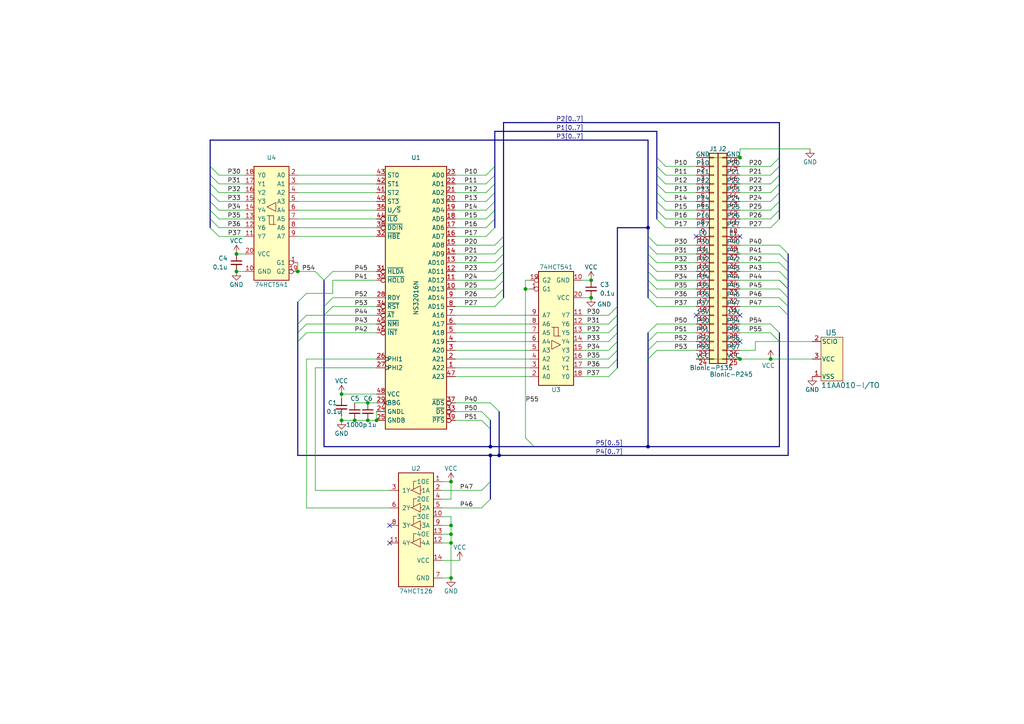
<source format=kicad_sch>
(kicad_sch (version 20230121) (generator eeschema)
  (paper "A4")
  (title_block (title "BionicNS32016") (date "2022-01-19") (rev "1") (company "Tadashi G. Takaoka"))
  (lib_symbols
    (symbol "0-LocalLibrary:11AA010-I_TO" (pin_names (offset 0.254))
      (property "Reference" "U" (at 2.54 1.27 0))
      (property "Value" "11AA010-I/TO" (at 3.81 -13.97 0))
      (symbol "11AA010-I_TO_1_1"
        (rectangle (start 0 0) (end 6.35 -12.7) (fill (type background)))
        (pin power_in line (at -2.54 -11.43 0) (length 2.54) (name "VSS") (number "1"))
        (pin bidirectional line (at -2.54 -1.27 0) (length 2.54) (name "SCIO") (number "2"))
        (pin power_in line (at -2.54 -6.35 0) (length 2.54) (name "VCC") (number "3"))
      )
    )
    (symbol "0-LocalLibrary:74HCT126" (pin_names (offset 1.016))
      (property "Reference" "U" (at 0 16.51 0))
      (property "Value" "74HCT126" (at 0 -19.05 0))
      (symbol "74HCT126_0_1"
        (polyline (pts (xy -1.2954 10.2108) (xy -1.6002 10.2108)))
        (polyline (pts (xy 1.2954 10.2362) (xy 1.651 10.2362)))
        (polyline (pts (xy 0.7112 10.5664) (xy 0.7112 12.827) (xy -0.127 12.827) (xy -0.1016 12.827)))
      )
      (symbol "74HCT126_1_0"
        (polyline (pts (xy 1.27 10.2362) (xy -1.27 11.5062) (xy -1.27 8.9662) (xy 1.27 10.2362)) (stroke (width 0.1524)))
        (pin input line (at -7.62 12.7 0) (length 2.54) (name "1OE") (number "1"))
        (pin input line (at -7.62 2.54 0) (length 2.54) (name "3OE") (number "10"))
        (pin tri_state line (at 7.62 -5.08 180) (length 2.54) (name "4Y") (number "11"))
        (pin input line (at -7.62 -5.08 0) (length 2.54) (name "4A") (number "12"))
        (pin input line (at -7.62 -2.54 0) (length 2.54) (name "4OE") (number "13"))
        (pin power_in line (at -7.62 -10.16 0) (length 2.54) (name "VCC") (number "14"))
        (pin input line (at -7.62 10.16 0) (length 2.54) (name "1A") (number "2"))
        (pin tri_state line (at 7.62 10.16 180) (length 2.54) (name "1Y") (number "3"))
        (pin input line (at -7.62 7.62 0) (length 2.54) (name "2OE") (number "4"))
        (pin input line (at -7.62 5.08 0) (length 2.54) (name "2A") (number "5"))
        (pin tri_state line (at 7.62 5.08 180) (length 2.54) (name "2Y") (number "6"))
        (pin power_in line (at -7.62 -15.24 0) (length 2.54) (name "GND") (number "7"))
        (pin tri_state line (at 7.62 0 180) (length 2.54) (name "3Y") (number "8"))
        (pin input line (at -7.62 0 0) (length 2.54) (name "3A") (number "9"))
      )
      (symbol "74HCT126_1_1"
        (rectangle (start -5.08 15.24) (end 5.08 -17.78) (stroke (width 0.254)) (fill (type background)))
        (polyline (pts (xy -1.2954 -5.0292) (xy -1.6002 -5.0292)))
        (polyline (pts (xy -1.2954 0.0508) (xy -1.6002 0.0508)))
        (polyline (pts (xy -1.2954 5.1308) (xy -1.6002 5.1308)))
        (polyline (pts (xy 1.2954 -5.0038) (xy 1.651 -5.0038)))
        (polyline (pts (xy 1.2954 0.0762) (xy 1.651 0.0762)))
        (polyline (pts (xy 1.2954 5.1562) (xy 1.651 5.1562)))
        (polyline (pts (xy 0.7112 -4.6736) (xy 0.7112 -2.413) (xy -0.127 -2.413) (xy -0.1016 -2.413)))
        (polyline (pts (xy 0.7112 0.4064) (xy 0.7112 2.667) (xy -0.127 2.667) (xy -0.1016 2.667)))
        (polyline (pts (xy 0.7112 5.4864) (xy 0.7112 7.747) (xy -0.127 7.747) (xy -0.1016 7.747)))
        (polyline (pts (xy 1.27 -5.0038) (xy -1.27 -3.7338) (xy -1.27 -6.2738) (xy 1.27 -5.0038)) (stroke (width 0.1524)))
        (polyline (pts (xy 1.27 0.0762) (xy -1.27 1.3462) (xy -1.27 -1.1938) (xy 1.27 0.0762)) (stroke (width 0.1524)))
        (polyline (pts (xy 1.27 5.1562) (xy -1.27 6.4262) (xy -1.27 3.8862) (xy 1.27 5.1562)) (stroke (width 0.1524)))
      )
    )
    (symbol "0-LocalLibrary:74HCT541" (pin_names (offset 1.016))
      (property "Reference" "U" (at -7.62 16.51 0))
      (property "Value" "74HCT541" (at -7.62 -20.32 0))
      (symbol "74HCT541_1_0"
        (polyline (pts (xy -0.635 -1.6002) (xy -0.635 0.9398) (xy 0.635 0.9398)))
        (polyline (pts (xy -1.27 -1.6002) (xy 0.635 -1.6002) (xy 0.635 0.9398) (xy 1.27 0.9398)))
        (polyline (pts (xy 1.27 3.4798) (xy -1.27 4.7498) (xy -1.27 2.2098) (xy 1.27 3.4798)) (stroke (width 0.1524)))
        (pin input inverted (at -7.62 -12.7 0) (length 2.54) (name "G1") (number "1"))
        (pin power_in line (at 7.62 -15.24 180) (length 2.54) (name "GND") (number "10"))
        (pin tri_state line (at 7.62 -5.08 180) (length 2.54) (name "Y7") (number "11"))
        (pin tri_state line (at 7.62 -2.54 180) (length 2.54) (name "Y6") (number "12"))
        (pin tri_state line (at 7.62 0 180) (length 2.54) (name "Y5") (number "13"))
        (pin tri_state line (at 7.62 2.54 180) (length 2.54) (name "Y4") (number "14"))
        (pin tri_state line (at 7.62 5.08 180) (length 2.54) (name "Y3") (number "15"))
        (pin tri_state line (at 7.62 7.62 180) (length 2.54) (name "Y2") (number "16"))
        (pin tri_state line (at 7.62 10.16 180) (length 2.54) (name "Y1") (number "17"))
        (pin tri_state line (at 7.62 12.7 180) (length 2.54) (name "Y0") (number "18"))
        (pin input inverted (at -7.62 -15.24 0) (length 2.54) (name "G2") (number "19"))
        (pin input line (at -7.62 12.7 0) (length 2.54) (name "A0") (number "2"))
        (pin power_in line (at 7.62 -10.16 180) (length 2.54) (name "VCC") (number "20"))
        (pin input line (at -7.62 10.16 0) (length 2.54) (name "A1") (number "3"))
        (pin input line (at -7.62 7.62 0) (length 2.54) (name "A2") (number "4"))
        (pin input line (at -7.62 5.08 0) (length 2.54) (name "A3") (number "5"))
        (pin input line (at -7.62 2.54 0) (length 2.54) (name "A4") (number "6"))
        (pin input line (at -7.62 0 0) (length 2.54) (name "A5") (number "7"))
        (pin input line (at -7.62 -2.54 0) (length 2.54) (name "A6") (number "8"))
        (pin input line (at -7.62 -5.08 0) (length 2.54) (name "A7") (number "9"))
      )
      (symbol "74HCT541_1_1"
        (rectangle (start -5.08 15.24) (end 5.08 -17.78) (stroke (width 0.254)) (fill (type background)))
      )
    )
    (symbol "0-LocalLibrary:Bionic-P135" (pin_names (offset 0))
      (property "Reference" "J" (at 0 30.48 0))
      (property "Value" "Bionic-P135" (at -1.27 -33.02 0))
      (symbol "Bionic-P135_1_1"
        (rectangle (start -1.27 -30.353) (end 0 -30.607) (stroke (width 0.1524)))
        (rectangle (start -1.27 -27.813) (end 0 -28.067) (stroke (width 0.1524)))
        (rectangle (start -1.27 -25.273) (end 0 -25.527) (stroke (width 0.1524)))
        (rectangle (start -1.27 -22.733) (end 0 -22.987) (stroke (width 0.1524)))
        (rectangle (start -1.27 -20.193) (end 0 -20.447) (stroke (width 0.1524)))
        (rectangle (start -1.27 -17.653) (end 0 -17.907) (stroke (width 0.1524)))
        (rectangle (start -1.27 -15.113) (end 0 -15.367) (stroke (width 0.1524)))
        (rectangle (start -1.27 -12.573) (end 0 -12.827) (stroke (width 0.1524)))
        (rectangle (start -1.27 -10.033) (end 0 -10.287) (stroke (width 0.1524)))
        (rectangle (start -1.27 -7.493) (end 0 -7.747) (stroke (width 0.1524)))
        (rectangle (start -1.27 -4.953) (end 0 -5.207) (stroke (width 0.1524)))
        (rectangle (start -1.27 -2.413) (end 0 -2.667) (stroke (width 0.1524)))
        (rectangle (start -1.27 0.127) (end 0 -0.127) (stroke (width 0.1524)))
        (rectangle (start -1.27 2.667) (end 0 2.413) (stroke (width 0.1524)))
        (rectangle (start -1.27 5.207) (end 0 4.953) (stroke (width 0.1524)))
        (rectangle (start -1.27 7.747) (end 0 7.493) (stroke (width 0.1524)))
        (rectangle (start -1.27 10.287) (end 0 10.033) (stroke (width 0.1524)))
        (rectangle (start -1.27 12.827) (end 0 12.573) (stroke (width 0.1524)))
        (rectangle (start -1.27 15.367) (end 0 15.113) (stroke (width 0.1524)))
        (rectangle (start -1.27 17.907) (end 0 17.653) (stroke (width 0.1524)))
        (rectangle (start -1.27 20.447) (end 0 20.193) (stroke (width 0.1524)))
        (rectangle (start -1.27 22.987) (end 0 22.733) (stroke (width 0.1524)))
        (rectangle (start -1.27 25.527) (end 0 25.273) (stroke (width 0.1524)))
        (rectangle (start -1.27 28.067) (end 0 27.813) (stroke (width 0.1524)))
        (rectangle (start -1.27 29.21) (end 1.27 -31.75) (stroke (width 0.254)) (fill (type background)))
        (pin power_out line (at -5.08 27.94 0) (length 3.81) (name "GND") (number "1"))
        (pin bidirectional line (at -5.08 5.08 0) (length 3.81) (name "E0") (number "10"))
        (pin bidirectional line (at -5.08 2.54 0) (length 3.81) (name "P30") (number "11"))
        (pin bidirectional line (at -5.08 0 0) (length 3.81) (name "P31") (number "12"))
        (pin bidirectional line (at -5.08 -2.54 0) (length 3.81) (name "P32") (number "13"))
        (pin bidirectional line (at -5.08 -5.08 0) (length 3.81) (name "P33") (number "14"))
        (pin bidirectional line (at -5.08 -7.62 0) (length 3.81) (name "P34") (number "15"))
        (pin bidirectional line (at -5.08 -10.16 0) (length 3.81) (name "P35") (number "16"))
        (pin bidirectional line (at -5.08 -12.7 0) (length 3.81) (name "P36") (number "17"))
        (pin bidirectional line (at -5.08 -15.24 0) (length 3.81) (name "P37") (number "18"))
        (pin power_out line (at -5.08 -17.78 0) (length 3.81) (name "15V") (number "19"))
        (pin bidirectional line (at -5.08 25.4 0) (length 3.81) (name "P10") (number "2"))
        (pin bidirectional line (at -5.08 -20.32 0) (length 3.81) (name "P50") (number "20"))
        (pin bidirectional line (at -5.08 -22.86 0) (length 3.81) (name "P51") (number "21"))
        (pin bidirectional line (at -5.08 -25.4 0) (length 3.81) (name "P52") (number "22"))
        (pin bidirectional line (at -5.08 -27.94 0) (length 3.81) (name "P53") (number "23"))
        (pin power_out line (at -5.08 -30.48 0) (length 3.81) (name "VCC") (number "24"))
        (pin bidirectional line (at -5.08 22.86 0) (length 3.81) (name "P11") (number "3"))
        (pin bidirectional line (at -5.08 20.32 0) (length 3.81) (name "P12") (number "4"))
        (pin bidirectional line (at -5.08 17.78 0) (length 3.81) (name "P13") (number "5"))
        (pin bidirectional line (at -5.08 15.24 0) (length 3.81) (name "P14") (number "6"))
        (pin bidirectional line (at -5.08 12.7 0) (length 3.81) (name "P15") (number "7"))
        (pin bidirectional line (at -5.08 10.16 0) (length 3.81) (name "P16") (number "8"))
        (pin bidirectional line (at -5.08 7.62 0) (length 3.81) (name "P17") (number "9"))
      )
    )
    (symbol "0-LocalLibrary:Bionic-P245" (pin_names (offset 0))
      (property "Reference" "J" (at -3.81 30.48 0))
      (property "Value" "Bionic-P245" (at -1.27 -33.02 0))
      (symbol "Bionic-P245_1_1"
        (rectangle (start -5.08 -31.75) (end -2.54 29.21) (stroke (width 0.254)) (fill (type background)))
        (rectangle (start -3.81 -30.607) (end -2.54 -30.353) (stroke (width 0.1524)))
        (rectangle (start -3.81 -28.067) (end -2.54 -27.813) (stroke (width 0.1524)))
        (rectangle (start -3.81 -25.527) (end -2.54 -25.273) (stroke (width 0.1524)))
        (rectangle (start -3.81 -22.987) (end -2.54 -22.733) (stroke (width 0.1524)))
        (rectangle (start -3.81 -20.447) (end -2.54 -20.193) (stroke (width 0.1524)))
        (rectangle (start -3.81 -17.907) (end -2.54 -17.653) (stroke (width 0.1524)))
        (rectangle (start -3.81 -15.367) (end -2.54 -15.113) (stroke (width 0.1524)))
        (rectangle (start -3.81 -12.827) (end -2.54 -12.573) (stroke (width 0.1524)))
        (rectangle (start -3.81 -10.287) (end -2.54 -10.033) (stroke (width 0.1524)))
        (rectangle (start -3.81 -7.747) (end -2.54 -7.493) (stroke (width 0.1524)))
        (rectangle (start -3.81 -5.207) (end -2.54 -4.953) (stroke (width 0.1524)))
        (rectangle (start -3.81 -2.667) (end -2.54 -2.413) (stroke (width 0.1524)))
        (rectangle (start -3.81 -0.127) (end -2.54 0.127) (stroke (width 0.1524)))
        (rectangle (start -3.81 2.413) (end -2.54 2.667) (stroke (width 0.1524)))
        (rectangle (start -3.81 4.953) (end -2.54 5.207) (stroke (width 0.1524)))
        (rectangle (start -3.81 7.493) (end -2.54 7.747) (stroke (width 0.1524)))
        (rectangle (start -3.81 10.033) (end -2.54 10.287) (stroke (width 0.1524)))
        (rectangle (start -3.81 12.573) (end -2.54 12.827) (stroke (width 0.1524)))
        (rectangle (start -3.81 15.113) (end -2.54 15.367) (stroke (width 0.1524)))
        (rectangle (start -3.81 17.653) (end -2.54 17.907) (stroke (width 0.1524)))
        (rectangle (start -3.81 20.193) (end -2.54 20.447) (stroke (width 0.1524)))
        (rectangle (start -3.81 22.733) (end -2.54 22.987) (stroke (width 0.1524)))
        (rectangle (start -3.81 25.273) (end -2.54 25.527) (stroke (width 0.1524)))
        (rectangle (start -3.81 27.813) (end -2.54 28.067) (stroke (width 0.1524)))
        (pin power_in line (at 1.27 -30.48 180) (length 3.81) (name "VCC") (number "25"))
        (pin bidirectional line (at 1.27 -27.94 180) (length 3.81) (name "P57") (number "26"))
        (pin bidirectional line (at 1.27 -25.4 180) (length 3.81) (name "P56") (number "27"))
        (pin bidirectional line (at 1.27 -22.86 180) (length 3.81) (name "P55") (number "28"))
        (pin bidirectional line (at 1.27 -20.32 180) (length 3.81) (name "P54") (number "29"))
        (pin power_in line (at 1.27 -17.78 180) (length 3.81) (name "15V") (number "30"))
        (pin bidirectional line (at 1.27 -15.24 180) (length 3.81) (name "P47") (number "31"))
        (pin bidirectional line (at 1.27 -12.7 180) (length 3.81) (name "P46") (number "32"))
        (pin bidirectional line (at 1.27 -10.16 180) (length 3.81) (name "P45") (number "33"))
        (pin bidirectional line (at 1.27 -7.62 180) (length 3.81) (name "P44") (number "34"))
        (pin bidirectional line (at 1.27 -5.08 180) (length 3.81) (name "P43") (number "35"))
        (pin bidirectional line (at 1.27 -2.54 180) (length 3.81) (name "P42") (number "36"))
        (pin bidirectional line (at 1.27 0 180) (length 3.81) (name "P41") (number "37"))
        (pin bidirectional line (at 1.27 2.54 180) (length 3.81) (name "P40") (number "38"))
        (pin bidirectional line (at 1.27 5.08 180) (length 3.81) (name "E1") (number "39"))
        (pin bidirectional line (at 1.27 7.62 180) (length 3.81) (name "P27") (number "40"))
        (pin bidirectional line (at 1.27 10.16 180) (length 3.81) (name "P26") (number "41"))
        (pin bidirectional line (at 1.27 12.7 180) (length 3.81) (name "P25") (number "42"))
        (pin bidirectional line (at 1.27 15.24 180) (length 3.81) (name "P24") (number "43"))
        (pin bidirectional line (at 1.27 17.78 180) (length 3.81) (name "P23") (number "44"))
        (pin bidirectional line (at 1.27 20.32 180) (length 3.81) (name "P22") (number "45"))
        (pin bidirectional line (at 1.27 22.86 180) (length 3.81) (name "P21") (number "46"))
        (pin bidirectional line (at 1.27 25.4 180) (length 3.81) (name "P20") (number "47"))
        (pin power_in line (at 1.27 27.94 180) (length 3.81) (name "GND") (number "48"))
      )
    )
    (symbol "0-LocalLibrary:NS32016N"
      (property "Reference" "U" (at -1.27 39.37 0))
      (property "Value" "NS32016N" (at 0 0 90))
      (symbol "NS32016N_0_0"
        (pin output line (at 11.43 -20.32 180) (length 2.54) (name "A22") (number "1"))
        (pin output line (at 11.43 -17.78 180) (length 2.54) (name "A21") (number "2"))
        (pin passive non_logic (at -11.43 -30.48 0) (length 2.54) (name "BBG") (number "29"))
        (pin output line (at 11.43 -15.24 180) (length 2.54) (name "A20") (number "3"))
        (pin output line (at 11.43 -12.7 180) (length 2.54) (name "A19") (number "4"))
        (pin output line (at 11.43 -10.16 180) (length 2.54) (name "A18") (number "5"))
        (pin output line (at 11.43 -7.62 180) (length 2.54) (name "A17") (number "6"))
        (pin output line (at 11.43 -5.08 180) (length 2.54) (name "A16") (number "7"))
      )
      (symbol "NS32016N_0_1"
        (rectangle (start -8.89 -38.1) (end 8.89 38.1) (stroke (width 0.254)) (fill (type background)))
      )
      (symbol "NS32016N_1_1"
        (pin bidirectional line (at 11.43 2.54 180) (length 2.54) (name "AD13") (number "10"))
        (pin bidirectional line (at 11.43 5.08 180) (length 2.54) (name "AD12") (number "11"))
        (pin bidirectional line (at 11.43 7.62 180) (length 2.54) (name "AD11") (number "12"))
        (pin bidirectional line (at 11.43 10.16 180) (length 2.54) (name "AD10") (number "13"))
        (pin bidirectional line (at 11.43 12.7 180) (length 2.54) (name "AD9") (number "14"))
        (pin bidirectional line (at 11.43 15.24 180) (length 2.54) (name "AD8") (number "15"))
        (pin bidirectional line (at 11.43 17.78 180) (length 2.54) (name "AD7") (number "16"))
        (pin bidirectional line (at 11.43 20.32 180) (length 2.54) (name "AD6") (number "17"))
        (pin bidirectional line (at 11.43 22.86 180) (length 2.54) (name "AD5") (number "18"))
        (pin bidirectional line (at 11.43 25.4 180) (length 2.54) (name "AD4") (number "19"))
        (pin bidirectional line (at 11.43 27.94 180) (length 2.54) (name "AD3") (number "20"))
        (pin bidirectional line (at 11.43 30.48 180) (length 2.54) (name "AD2") (number "21"))
        (pin bidirectional line (at 11.43 33.02 180) (length 2.54) (name "AD1") (number "22"))
        (pin bidirectional line (at 11.43 35.56 180) (length 2.54) (name "AD0") (number "23"))
        (pin power_in line (at -11.43 -33.02 0) (length 2.54) (name "GNDL") (number "24"))
        (pin power_in line (at -11.43 -35.56 0) (length 2.54) (name "GNDB") (number "25"))
        (pin input clock (at -11.43 -17.78 0) (length 2.54) (name "PHI1") (number "26"))
        (pin input clock (at -11.43 -20.32 0) (length 2.54) (name "PHI2") (number "27"))
        (pin input line (at -11.43 0 0) (length 2.54) (name "RDY") (number "28"))
        (pin input inverted (at -11.43 5.08 0) (length 2.54) (name "~{HOLD}") (number "30"))
        (pin output inverted (at -11.43 7.62 0) (length 2.54) (name "~{HLDA}") (number "31"))
        (pin output line (at -11.43 17.78 0) (length 2.54) (name "~{HBE}") (number "32"))
        (pin output inverted (at 11.43 -33.02 180) (length 2.54) (name "~{DS}") (number "33"))
        (pin input inverted (at -11.43 -2.54 0) (length 2.54) (name "~{RST}") (number "34"))
        (pin input inverted (at -11.43 -5.08 0) (length 2.54) (name "~{AT}") (number "35"))
        (pin output line (at -11.43 25.4 0) (length 2.54) (name "U/~{S}") (number "36"))
        (pin output inverted (at 11.43 -30.48 180) (length 2.54) (name "~{ADS}") (number "37"))
        (pin output inverted (at -11.43 20.32 0) (length 2.54) (name "~{DDIN}") (number "38"))
        (pin output inverted (at 11.43 -35.56 180) (length 2.54) (name "~{PFS}") (number "39"))
        (pin output line (at -11.43 27.94 0) (length 2.54) (name "ST3") (number "40"))
        (pin output line (at -11.43 30.48 0) (length 2.54) (name "ST2") (number "41"))
        (pin output line (at -11.43 33.02 0) (length 2.54) (name "ST1") (number "42"))
        (pin output line (at -11.43 35.56 0) (length 2.54) (name "ST0") (number "43"))
        (pin output inverted (at -11.43 22.86 0) (length 2.54) (name "~{ILO}") (number "44"))
        (pin input inverted (at -11.43 -7.62 0) (length 2.54) (name "~{NMI}") (number "45"))
        (pin input inverted (at -11.43 -10.16 0) (length 2.54) (name "~{INT}") (number "46"))
        (pin output line (at 11.43 -22.86 180) (length 2.54) (name "A23") (number "47"))
        (pin power_in line (at -11.43 -27.94 0) (length 2.54) (name "VCC") (number "48"))
        (pin bidirectional line (at 11.43 -2.54 180) (length 2.54) (name "AD15") (number "8"))
        (pin bidirectional line (at 11.43 0 180) (length 2.54) (name "AD14") (number "9"))
      )
    )
    (symbol "Device:C_Small" (pin_numbers hide) (pin_names (offset 0.254) hide)
      (property "Reference" "C" (at 0.254 1.778 0))
      (property "Value" "C_Small" (at 0.254 -2.032 0))
      (symbol "C_Small_0_1"
        (polyline (pts (xy -1.524 -0.508) (xy 1.524 -0.508)) (stroke (width 0.3302)))
        (polyline (pts (xy -1.524 0.508) (xy 1.524 0.508)) (stroke (width 0.3048)))
      )
      (symbol "C_Small_1_1"
        (pin passive line (at 0 2.54 270) (length 2.032) (name "~") (number "1"))
        (pin passive line (at 0 -2.54 90) (length 2.032) (name "~") (number "2"))
      )
    )
    (symbol "power:GND" (power) (pin_names (offset 0))
      (property "Value" "GND" (at 0 -3.81 0))
      (symbol "GND_0_1"
        (polyline (pts (xy 0 0) (xy 0 -1.27) (xy 1.27 -1.27) (xy 0 -2.54) (xy -1.27 -1.27) (xy 0 -1.27)))
      )
      (symbol "GND_1_1"
        (pin power_in line (at 0 0 270) (length 0) hide (name "GND") (number "1"))
      )
    )
    (symbol "power:VCC" (power) (pin_names (offset 0))
      (property "Value" "VCC" (at 0 3.81 0))
      (symbol "VCC_0_1"
        (polyline (pts (xy -0.762 1.27) (xy 0 2.54)))
        (polyline (pts (xy 0 0) (xy 0 2.54)))
        (polyline (pts (xy 0 2.54) (xy 0.762 1.27)))
      )
      (symbol "VCC_1_1"
        (pin power_in line (at 0 0 90) (length 0) hide (name "VCC") (number "1"))
      )
    )
  )
  (junction (at 68.58 73.66))
  (junction (at 109.22 121.92))
  (junction (at 144.78 132.08))
  (junction (at 99.06 114.3))
  (junction (at 171.45 81.28))
  (junction (at 130.81 139.7))
  (junction (at 223.52 104.14))
  (junction (at 214.63 45.72))
  (junction (at 187.96 129.54))
  (junction (at 130.81 152.4))
  (junction (at 86.36 78.74))
  (junction (at 152.4 83.82))
  (junction (at 102.87 121.92))
  (junction (at 171.45 86.36))
  (junction (at 130.81 167.64))
  (junction (at 130.81 154.94))
  (junction (at 106.68 121.92))
  (junction (at 142.24 132.08))
  (junction (at 68.58 78.74))
  (junction (at 130.81 157.48))
  (junction (at 187.96 66.04))
  (junction (at 106.68 116.84))
  (junction (at 142.24 129.54))
  (junction (at 99.06 121.92))
  (junction (at 214.63 104.14))
  (no_connect (at 113.03 157.48))
  (no_connect (at 214.63 99.06))
  (no_connect (at 214.63 91.44))
  (no_connect (at 214.63 68.58))
  (no_connect (at 113.03 152.4))
  (no_connect (at 201.93 91.44))
  (no_connect (at 201.93 68.58))
  (bus_entry (at 142.24 144.78) (size -2.54 2.54))
  (bus_entry (at 226.06 81.28) (size 2.54 2.54))
  (bus_entry (at 179.07 106.68) (size -2.54 2.54))
  (bus_entry (at 93.98 91.44) (size 2.54 -2.54))
  (bus_entry (at 60.96 50.8) (size 2.54 2.54))
  (bus_entry (at 187.96 83.82) (size 2.54 2.54))
  (bus_entry (at 226.06 55.88) (size -2.54 2.54))
  (bus_entry (at 226.06 58.42) (size -2.54 2.54))
  (bus_entry (at 142.24 116.84) (size 2.54 2.54))
  (bus_entry (at 146.05 73.66) (size -2.54 2.54))
  (bus_entry (at 86.36 99.06) (size 2.54 -2.54))
  (bus_entry (at 140.97 53.34) (size 2.54 -2.54))
  (bus_entry (at 96.52 78.74) (size -2.54 2.54))
  (bus_entry (at 146.05 78.74) (size -2.54 2.54))
  (bus_entry (at 226.06 45.72) (size -2.54 2.54))
  (bus_entry (at 60.96 63.5) (size 2.54 2.54))
  (bus_entry (at 146.05 76.2) (size -2.54 2.54))
  (bus_entry (at 142.24 139.7) (size -2.54 2.54))
  (bus_entry (at 140.97 68.58) (size 2.54 -2.54))
  (bus_entry (at 187.96 73.66) (size 2.54 2.54))
  (bus_entry (at 193.04 60.96) (size -2.54 -2.54))
  (bus_entry (at 140.97 63.5) (size 2.54 -2.54))
  (bus_entry (at 179.07 93.98) (size -2.54 2.54))
  (bus_entry (at 226.06 76.2) (size 2.54 2.54))
  (bus_entry (at 226.06 60.96) (size -2.54 2.54))
  (bus_entry (at 190.5 101.6) (size -2.54 2.54))
  (bus_entry (at 140.97 58.42) (size 2.54 -2.54))
  (bus_entry (at 60.96 58.42) (size 2.54 2.54))
  (bus_entry (at 140.97 55.88) (size 2.54 -2.54))
  (bus_entry (at 146.05 71.12) (size -2.54 2.54))
  (bus_entry (at 226.06 71.12) (size 2.54 2.54))
  (bus_entry (at 86.36 96.52) (size 2.54 -2.54))
  (bus_entry (at 179.07 101.6) (size -2.54 2.54))
  (bus_entry (at 146.05 81.28) (size -2.54 2.54))
  (bus_entry (at 60.96 53.34) (size 2.54 2.54))
  (bus_entry (at 187.96 76.2) (size 2.54 2.54))
  (bus_entry (at 193.04 48.26) (size -2.54 -2.54))
  (bus_entry (at 226.06 50.8) (size -2.54 2.54))
  (bus_entry (at 190.5 99.06) (size -2.54 2.54))
  (bus_entry (at 187.96 81.28) (size 2.54 2.54))
  (bus_entry (at 60.96 60.96) (size 2.54 2.54))
  (bus_entry (at 187.96 78.74) (size 2.54 2.54))
  (bus_entry (at 146.05 68.58) (size -2.54 2.54))
  (bus_entry (at 96.52 86.36) (size -2.54 2.54))
  (bus_entry (at 179.07 88.9) (size -2.54 2.54))
  (bus_entry (at 223.52 93.98) (size 2.54 2.54))
  (bus_entry (at 226.06 81.28) (size 2.54 2.54))
  (bus_entry (at 226.06 83.82) (size 2.54 2.54))
  (bus_entry (at 226.06 73.66) (size 2.54 2.54))
  (bus_entry (at 88.9 85.09) (size -2.54 2.54))
  (bus_entry (at 60.96 48.26) (size 2.54 2.54))
  (bus_entry (at 139.7 119.38) (size 2.54 2.54))
  (bus_entry (at 226.06 86.36) (size 2.54 2.54))
  (bus_entry (at 190.5 71.12) (size -2.54 -2.54))
  (bus_entry (at 187.96 71.12) (size 2.54 2.54))
  (bus_entry (at 193.04 58.42) (size -2.54 -2.54))
  (bus_entry (at 226.06 88.9) (size 2.54 2.54))
  (bus_entry (at 190.5 93.98) (size -2.54 2.54))
  (bus_entry (at 187.96 86.36) (size 2.54 2.54))
  (bus_entry (at 140.97 50.8) (size 2.54 -2.54))
  (bus_entry (at 193.04 50.8) (size -2.54 -2.54))
  (bus_entry (at 88.9 91.44) (size -2.54 2.54))
  (bus_entry (at 60.96 66.04) (size 2.54 2.54))
  (bus_entry (at 193.04 63.5) (size -2.54 -2.54))
  (bus_entry (at 179.07 91.44) (size -2.54 2.54))
  (bus_entry (at 190.5 96.52) (size -2.54 2.54))
  (bus_entry (at 140.97 60.96) (size 2.54 -2.54))
  (bus_entry (at 226.06 48.26) (size -2.54 2.54))
  (bus_entry (at 140.97 66.04) (size 2.54 -2.54))
  (bus_entry (at 179.07 104.14) (size -2.54 2.54))
  (bus_entry (at 91.44 78.74) (size 2.54 2.54))
  (bus_entry (at 154.94 129.54) (size -2.54 -2.54))
  (bus_entry (at 146.05 83.82) (size -2.54 2.54))
  (bus_entry (at 139.7 121.92) (size 2.54 2.54))
  (bus_entry (at 146.05 86.36) (size -2.54 2.54))
  (bus_entry (at 226.06 53.34) (size -2.54 2.54))
  (bus_entry (at 179.07 96.52) (size -2.54 2.54))
  (bus_entry (at 193.04 66.04) (size -2.54 -2.54))
  (bus_entry (at 193.04 55.88) (size -2.54 -2.54))
  (bus_entry (at 193.04 53.34) (size -2.54 -2.54))
  (bus_entry (at 179.07 99.06) (size -2.54 2.54))
  (bus_entry (at 223.52 96.52) (size 2.54 2.54))
  (bus_entry (at 226.06 63.5) (size -2.54 2.54))
  (bus_entry (at 226.06 78.74) (size 2.54 2.54))
  (bus_entry (at 60.96 55.88) (size 2.54 2.54))
  (bus (pts (xy 187.96 99.06) (xy 187.96 101.6)))
  (wire (pts (xy 168.91 101.6) (xy 176.53 101.6)))
  (bus (pts (xy 142.24 132.08) (xy 142.24 139.7)))
  (wire (pts (xy 71.12 68.58) (xy 63.5 68.58)))
  (wire (pts (xy 214.63 50.8) (xy 223.52 50.8)))
  (wire (pts (xy 214.63 43.18) (xy 214.63 45.72)))
  (bus (pts (xy 190.5 53.34) (xy 190.5 55.88)))
  (bus (pts (xy 226.06 50.8) (xy 226.06 53.34)))
  (wire (pts (xy 201.93 99.06) (xy 190.5 99.06)))
  (bus (pts (xy 86.36 99.06) (xy 86.36 132.08)))
  (wire (pts (xy 99.06 120.65) (xy 99.06 121.92)))
  (bus (pts (xy 93.98 129.54) (xy 142.24 129.54)))
  (wire (pts (xy 102.87 121.92) (xy 106.68 121.92)))
  (wire (pts (xy 152.4 81.28) (xy 152.4 83.82)))
  (wire (pts (xy 88.9 85.09) (xy 96.52 85.09)))
  (bus (pts (xy 228.6 78.74) (xy 228.6 81.28)))
  (wire (pts (xy 71.12 78.74) (xy 68.58 78.74)))
  (bus (pts (xy 187.96 76.2) (xy 187.96 78.74)))
  (wire (pts (xy 153.67 81.28) (xy 152.4 81.28)))
  (wire (pts (xy 201.93 60.96) (xy 193.04 60.96)))
  (bus (pts (xy 226.06 96.52) (xy 226.06 99.06)))
  (wire (pts (xy 109.22 116.84) (xy 106.68 116.84)))
  (wire (pts (xy 86.36 76.2) (xy 86.36 78.74)))
  (wire (pts (xy 214.63 63.5) (xy 223.52 63.5)))
  (bus (pts (xy 60.96 50.8) (xy 60.96 53.34)))
  (bus (pts (xy 60.96 55.88) (xy 60.96 58.42)))
  (wire (pts (xy 132.08 66.04) (xy 140.97 66.04)))
  (wire (pts (xy 99.06 121.92) (xy 102.87 121.92)))
  (bus (pts (xy 146.05 73.66) (xy 146.05 76.2)))
  (wire (pts (xy 128.27 147.32) (xy 139.7 147.32)))
  (wire (pts (xy 132.08 78.74) (xy 143.51 78.74)))
  (wire (pts (xy 214.63 66.04) (xy 223.52 66.04)))
  (bus (pts (xy 143.51 63.5) (xy 143.51 66.04)))
  (wire (pts (xy 214.63 53.34) (xy 223.52 53.34)))
  (wire (pts (xy 219.075 99.06) (xy 226.06 99.06)))
  (wire (pts (xy 190.5 88.9) (xy 201.93 88.9)))
  (wire (pts (xy 99.06 114.3) (xy 109.22 114.3)))
  (wire (pts (xy 132.08 53.34) (xy 140.97 53.34)))
  (wire (pts (xy 106.68 121.92) (xy 109.22 121.92)))
  (wire (pts (xy 214.63 88.9) (xy 226.06 88.9)))
  (bus (pts (xy 179.07 66.04) (xy 187.96 66.04)))
  (wire (pts (xy 201.93 50.8) (xy 193.04 50.8)))
  (bus (pts (xy 187.96 129.54) (xy 226.06 129.54)))
  (wire (pts (xy 132.08 76.2) (xy 143.51 76.2)))
  (bus (pts (xy 179.07 99.06) (xy 179.07 101.6)))
  (bus (pts (xy 142.24 129.54) (xy 142.24 124.46)))
  (bus (pts (xy 93.98 81.28) (xy 93.98 88.9)))
  (wire (pts (xy 201.93 55.88) (xy 193.04 55.88)))
  (wire (pts (xy 201.93 48.26) (xy 193.04 48.26)))
  (bus (pts (xy 187.96 73.66) (xy 187.96 76.2)))
  (wire (pts (xy 99.06 115.57) (xy 99.06 114.3)))
  (bus (pts (xy 226.06 48.26) (xy 226.06 50.8)))
  (bus (pts (xy 190.5 48.26) (xy 190.5 50.8)))
  (bus (pts (xy 190.5 58.42) (xy 190.5 60.96)))
  (bus (pts (xy 60.96 40.64) (xy 60.96 48.26)))
  (wire (pts (xy 168.91 93.98) (xy 176.53 93.98)))
  (bus (pts (xy 187.96 71.12) (xy 187.96 73.66)))
  (wire (pts (xy 153.67 83.82) (xy 152.4 83.82)))
  (bus (pts (xy 154.94 129.54) (xy 187.96 129.54)))
  (wire (pts (xy 71.12 60.96) (xy 63.5 60.96)))
  (wire (pts (xy 152.4 83.82) (xy 152.4 127)))
  (wire (pts (xy 201.93 71.12) (xy 190.5 71.12)))
  (bus (pts (xy 190.5 45.72) (xy 190.5 48.26)))
  (wire (pts (xy 130.81 157.48) (xy 130.81 167.64)))
  (wire (pts (xy 201.93 73.66) (xy 190.5 73.66)))
  (bus (pts (xy 60.96 53.34) (xy 60.96 55.88)))
  (bus (pts (xy 143.51 55.88) (xy 143.51 58.42)))
  (wire (pts (xy 132.08 119.38) (xy 139.7 119.38)))
  (bus (pts (xy 190.5 55.88) (xy 190.5 58.42)))
  (bus (pts (xy 60.96 58.42) (xy 60.96 60.96)))
  (wire (pts (xy 86.36 66.04) (xy 109.22 66.04)))
  (wire (pts (xy 176.53 109.22) (xy 168.91 109.22)))
  (wire (pts (xy 88.9 147.32) (xy 113.03 147.32)))
  (wire (pts (xy 201.93 45.72) (xy 214.63 45.72)))
  (wire (pts (xy 106.68 116.84) (xy 102.87 116.84)))
  (bus (pts (xy 146.05 81.28) (xy 146.05 83.82)))
  (wire (pts (xy 128.27 167.64) (xy 130.81 167.64)))
  (bus (pts (xy 190.5 50.8) (xy 190.5 53.34)))
  (bus (pts (xy 93.98 88.9) (xy 93.98 91.44)))
  (wire (pts (xy 201.93 53.34) (xy 193.04 53.34)))
  (bus (pts (xy 146.05 68.58) (xy 146.05 35.56)))
  (wire (pts (xy 132.08 109.22) (xy 153.67 109.22)))
  (wire (pts (xy 88.9 104.14) (xy 109.22 104.14)))
  (wire (pts (xy 130.81 144.78) (xy 130.81 139.7)))
  (wire (pts (xy 109.22 81.28) (xy 96.52 81.28)))
  (bus (pts (xy 142.24 121.92) (xy 142.24 124.46)))
  (wire (pts (xy 168.91 86.36) (xy 171.45 86.36)))
  (bus (pts (xy 146.05 83.82) (xy 146.05 86.36)))
  (bus (pts (xy 143.51 38.1) (xy 190.5 38.1)))
  (bus (pts (xy 190.5 38.1) (xy 190.5 45.72)))
  (wire (pts (xy 132.08 58.42) (xy 140.97 58.42)))
  (bus (pts (xy 228.6 88.9) (xy 228.6 91.44)))
  (bus (pts (xy 187.96 66.04) (xy 187.96 68.58)))
  (wire (pts (xy 86.36 63.5) (xy 109.22 63.5)))
  (wire (pts (xy 214.63 81.28) (xy 226.06 81.28)))
  (bus (pts (xy 144.78 132.08) (xy 142.24 132.08)))
  (wire (pts (xy 130.81 144.78) (xy 128.27 144.78)))
  (bus (pts (xy 228.6 91.44) (xy 228.6 132.08)))
  (bus (pts (xy 146.05 78.74) (xy 146.05 81.28)))
  (bus (pts (xy 190.5 60.96) (xy 190.5 63.5)))
  (wire (pts (xy 214.63 86.36) (xy 226.06 86.36)))
  (wire (pts (xy 168.91 106.68) (xy 176.53 106.68)))
  (wire (pts (xy 88.9 96.52) (xy 109.22 96.52)))
  (bus (pts (xy 226.06 45.72) (xy 226.06 48.26)))
  (bus (pts (xy 187.96 68.58) (xy 187.96 71.12)))
  (bus (pts (xy 226.06 60.96) (xy 226.06 63.5)))
  (wire (pts (xy 201.93 81.28) (xy 190.5 81.28)))
  (bus (pts (xy 226.06 35.56) (xy 226.06 45.72)))
  (wire (pts (xy 214.63 78.74) (xy 226.06 78.74)))
  (wire (pts (xy 132.08 96.52) (xy 153.67 96.52)))
  (wire (pts (xy 214.63 60.96) (xy 223.52 60.96)))
  (wire (pts (xy 109.22 68.58) (xy 86.36 68.58)))
  (wire (pts (xy 168.91 91.44) (xy 176.53 91.44)))
  (wire (pts (xy 93.98 91.44) (xy 109.22 91.44)))
  (wire (pts (xy 109.22 106.68) (xy 91.44 106.68)))
  (wire (pts (xy 86.36 60.96) (xy 109.22 60.96)))
  (bus (pts (xy 142.24 132.08) (xy 86.36 132.08)))
  (wire (pts (xy 132.08 83.82) (xy 143.51 83.82)))
  (wire (pts (xy 201.93 93.98) (xy 190.5 93.98)))
  (wire (pts (xy 226.06 99.06) (xy 235.585 99.06)))
  (bus (pts (xy 146.05 68.58) (xy 146.05 71.12)))
  (bus (pts (xy 228.6 83.82) (xy 228.6 86.36)))
  (wire (pts (xy 71.12 55.88) (xy 63.5 55.88)))
  (bus (pts (xy 187.96 96.52) (xy 187.96 99.06)))
  (bus (pts (xy 86.36 96.52) (xy 86.36 99.06)))
  (wire (pts (xy 132.08 60.96) (xy 140.97 60.96)))
  (bus (pts (xy 226.06 53.34) (xy 226.06 55.88)))
  (wire (pts (xy 132.08 106.68) (xy 153.67 106.68)))
  (bus (pts (xy 226.06 99.06) (xy 226.06 129.54)))
  (wire (pts (xy 201.93 78.74) (xy 190.5 78.74)))
  (wire (pts (xy 214.63 58.42) (xy 223.52 58.42)))
  (bus (pts (xy 146.05 35.56) (xy 226.06 35.56)))
  (wire (pts (xy 133.35 162.56) (xy 128.27 162.56)))
  (wire (pts (xy 96.52 81.28) (xy 96.52 85.09)))
  (bus (pts (xy 179.07 66.04) (xy 179.07 88.9)))
  (wire (pts (xy 132.08 50.8) (xy 140.97 50.8)))
  (wire (pts (xy 109.22 86.36) (xy 96.52 86.36)))
  (bus (pts (xy 86.36 93.98) (xy 86.36 96.52)))
  (bus (pts (xy 143.51 58.42) (xy 143.51 60.96)))
  (wire (pts (xy 168.91 99.06) (xy 176.53 99.06)))
  (wire (pts (xy 132.08 71.12) (xy 143.51 71.12)))
  (wire (pts (xy 88.9 93.98) (xy 109.22 93.98)))
  (wire (pts (xy 86.36 78.74) (xy 91.44 78.74)))
  (wire (pts (xy 201.93 83.82) (xy 190.5 83.82)))
  (wire (pts (xy 132.08 55.88) (xy 140.97 55.88)))
  (wire (pts (xy 132.08 101.6) (xy 153.67 101.6)))
  (wire (pts (xy 201.93 63.5) (xy 193.04 63.5)))
  (bus (pts (xy 60.96 48.26) (xy 60.96 50.8)))
  (wire (pts (xy 214.63 96.52) (xy 223.52 96.52)))
  (wire (pts (xy 132.08 104.14) (xy 153.67 104.14)))
  (wire (pts (xy 132.08 91.44) (xy 153.67 91.44)))
  (wire (pts (xy 214.63 104.14) (xy 223.52 104.14)))
  (wire (pts (xy 201.93 104.14) (xy 214.63 104.14)))
  (bus (pts (xy 187.96 104.14) (xy 187.96 129.54)))
  (wire (pts (xy 214.63 76.2) (xy 226.06 76.2)))
  (wire (pts (xy 132.08 86.36) (xy 143.51 86.36)))
  (wire (pts (xy 201.93 66.04) (xy 193.04 66.04)))
  (wire (pts (xy 190.5 86.36) (xy 201.93 86.36)))
  (wire (pts (xy 128.27 139.7) (xy 130.81 139.7)))
  (wire (pts (xy 71.12 63.5) (xy 63.5 63.5)))
  (bus (pts (xy 60.96 63.5) (xy 60.96 66.04)))
  (bus (pts (xy 143.51 60.96) (xy 143.51 63.5)))
  (wire (pts (xy 71.12 53.34) (xy 63.5 53.34)))
  (wire (pts (xy 219.075 101.6) (xy 219.075 99.06)))
  (wire (pts (xy 201.93 58.42) (xy 193.04 58.42)))
  (wire (pts (xy 96.52 88.9) (xy 109.22 88.9)))
  (wire (pts (xy 128.27 154.94) (xy 130.81 154.94)))
  (wire (pts (xy 91.44 142.24) (xy 113.03 142.24)))
  (bus (pts (xy 228.6 81.28) (xy 228.6 83.82)))
  (bus (pts (xy 228.6 73.66) (xy 228.6 76.2)))
  (wire (pts (xy 86.36 53.34) (xy 109.22 53.34)))
  (bus (pts (xy 60.96 60.96) (xy 60.96 63.5)))
  (bus (pts (xy 179.07 93.98) (xy 179.07 96.52)))
  (bus (pts (xy 86.36 87.63) (xy 86.36 93.98)))
  (wire (pts (xy 130.81 157.48) (xy 128.27 157.48)))
  (wire (pts (xy 190.5 101.6) (xy 201.93 101.6)))
  (wire (pts (xy 86.36 55.88) (xy 109.22 55.88)))
  (wire (pts (xy 86.36 58.42) (xy 109.22 58.42)))
  (bus (pts (xy 142.24 139.7) (xy 142.24 144.78)))
  (bus (pts (xy 179.07 96.52) (xy 179.07 99.06)))
  (bus (pts (xy 143.51 50.8) (xy 143.51 53.34)))
  (bus (pts (xy 226.06 55.88) (xy 226.06 58.42)))
  (wire (pts (xy 214.63 55.88) (xy 223.52 55.88)))
  (wire (pts (xy 201.93 96.52) (xy 190.5 96.52)))
  (wire (pts (xy 132.08 88.9) (xy 143.51 88.9)))
  (wire (pts (xy 128.27 149.86) (xy 130.81 149.86)))
  (bus (pts (xy 179.07 104.14) (xy 179.07 106.68)))
  (wire (pts (xy 132.08 81.28) (xy 143.51 81.28)))
  (bus (pts (xy 187.96 40.64) (xy 187.96 66.04)))
  (wire (pts (xy 171.45 81.28) (xy 168.91 81.28)))
  (bus (pts (xy 228.6 132.08) (xy 144.78 132.08)))
  (bus (pts (xy 144.78 119.38) (xy 144.78 132.08)))
  (wire (pts (xy 132.08 93.98) (xy 153.67 93.98)))
  (bus (pts (xy 179.07 88.9) (xy 179.07 91.44)))
  (bus (pts (xy 187.96 78.74) (xy 187.96 81.28)))
  (wire (pts (xy 168.91 96.52) (xy 176.53 96.52)))
  (wire (pts (xy 201.93 76.2) (xy 190.5 76.2)))
  (wire (pts (xy 68.58 73.66) (xy 71.12 73.66)))
  (wire (pts (xy 132.08 73.66) (xy 143.51 73.66)))
  (wire (pts (xy 86.36 50.8) (xy 109.22 50.8)))
  (wire (pts (xy 214.63 83.82) (xy 226.06 83.82)))
  (wire (pts (xy 214.63 43.18) (xy 234.95 43.18)))
  (bus (pts (xy 226.06 58.42) (xy 226.06 60.96)))
  (wire (pts (xy 168.91 104.14) (xy 176.53 104.14)))
  (wire (pts (xy 130.81 152.4) (xy 130.81 154.94)))
  (wire (pts (xy 214.63 71.12) (xy 226.06 71.12)))
  (wire (pts (xy 109.22 119.38) (xy 109.22 121.92)))
  (wire (pts (xy 214.63 73.66) (xy 226.06 73.66)))
  (wire (pts (xy 96.52 78.74) (xy 109.22 78.74)))
  (wire (pts (xy 130.81 154.94) (xy 130.81 157.48)))
  (bus (pts (xy 60.96 40.64) (xy 187.96 40.64)))
  (wire (pts (xy 132.08 116.84) (xy 142.24 116.84)))
  (wire (pts (xy 71.12 50.8) (xy 63.5 50.8)))
  (bus (pts (xy 228.6 86.36) (xy 228.6 88.9)))
  (bus (pts (xy 228.6 76.2) (xy 228.6 78.74)))
  (wire (pts (xy 88.9 91.44) (xy 93.98 91.44)))
  (wire (pts (xy 132.08 99.06) (xy 153.67 99.06)))
  (bus (pts (xy 93.98 91.44) (xy 93.98 129.54)))
  (bus (pts (xy 146.05 71.12) (xy 146.05 73.66)))
  (wire (pts (xy 214.63 48.26) (xy 223.52 48.26)))
  (wire (pts (xy 91.44 106.68) (xy 91.44 142.24)))
  (wire (pts (xy 128.27 142.24) (xy 139.7 142.24)))
  (bus (pts (xy 143.51 53.34) (xy 143.51 55.88)))
  (wire (pts (xy 214.63 101.6) (xy 219.075 101.6)))
  (bus (pts (xy 179.07 101.6) (xy 179.07 104.14)))
  (bus (pts (xy 142.24 129.54) (xy 154.94 129.54)))
  (bus (pts (xy 143.51 48.26) (xy 143.51 50.8)))
  (wire (pts (xy 132.08 68.58) (xy 140.97 68.58)))
  (bus (pts (xy 146.05 76.2) (xy 146.05 78.74)))
  (wire (pts (xy 71.12 58.42) (xy 63.5 58.42)))
  (bus (pts (xy 187.96 101.6) (xy 187.96 104.14)))
  (wire (pts (xy 128.27 152.4) (xy 130.81 152.4)))
  (wire (pts (xy 71.12 66.04) (xy 63.5 66.04)))
  (wire (pts (xy 132.08 121.92) (xy 139.7 121.92)))
  (wire (pts (xy 88.9 147.32) (xy 88.9 104.14)))
  (wire (pts (xy 132.08 63.5) (xy 140.97 63.5)))
  (bus (pts (xy 187.96 81.28) (xy 187.96 83.82)))
  (bus (pts (xy 187.96 83.82) (xy 187.96 86.36)))
  (bus (pts (xy 179.07 91.44) (xy 179.07 93.98)))
  (wire (pts (xy 223.52 104.14) (xy 235.585 104.14)))
  (wire (pts (xy 214.63 93.98) (xy 223.52 93.98)))
  (bus (pts (xy 143.51 38.1) (xy 143.51 48.26)))
  (wire (pts (xy 130.81 149.86) (xy 130.81 152.4)))
  (label "P37" (at 199.39 88.9 180))
  (label "P41" (at 106.68 81.28 180))
  (label "P34" (at 199.39 81.28 180))
  (label "P10" (at 199.39 48.26 180))
  (label "P20" (at 217.17 48.26 0))
  (label "P25" (at 134.62 83.82 0))
  (label "P32" (at 170.18 96.52 0))
  (label "P13" (at 199.39 55.88 180))
  (label "P55" (at 217.17 96.52 0))
  (label "P34" (at 69.85 60.96 180))
  (label "P50" (at 134.62 119.38 0))
  (label "P36" (at 199.39 86.36 180))
  (label "P15" (at 199.39 60.96 180))
  (label "P5[0..5]" (at 172.72 129.54 0))
  (label "P36" (at 170.18 106.68 0))
  (label "P16" (at 134.62 66.04 0))
  (label "P32" (at 199.39 76.2 180))
  (label "P27" (at 134.62 88.9 0))
  (label "P30" (at 170.18 91.44 0))
  (label "P31" (at 199.39 73.66 180))
  (label "P25" (at 217.17 60.96 0))
  (label "P37" (at 66.04 68.58 0))
  (label "P42" (at 106.68 96.52 180))
  (label "P44" (at 217.17 81.28 0))
  (label "P30" (at 199.39 71.12 180))
  (label "P46" (at 133.35 147.32 0))
  (label "P24" (at 217.17 58.42 0))
  (label "P24" (at 134.62 81.28 0))
  (label "P35" (at 199.39 83.82 180))
  (label "P21" (at 217.17 50.8 0))
  (label "P51" (at 134.62 121.92 0))
  (label "P31" (at 69.85 53.34 180))
  (label "P51" (at 199.39 96.52 180))
  (label "P44" (at 106.68 91.44 180))
  (label "P35" (at 69.85 63.5 180))
  (label "P3[0..7]" (at 161.29 40.64 0))
  (label "P33" (at 199.39 78.74 180))
  (label "P43" (at 106.68 93.98 180))
  (label "P37" (at 173.99 109.22 180))
  (label "P40" (at 134.62 116.84 0))
  (label "P54" (at 217.17 93.98 0))
  (label "P53" (at 106.68 88.9 180))
  (label "P42" (at 217.17 76.2 0))
  (label "P26" (at 217.17 63.5 0))
  (label "P46" (at 217.17 86.36 0))
  (label "P11" (at 199.39 50.8 180))
  (label "P12" (at 199.39 53.34 180))
  (label "P14" (at 134.62 60.96 0))
  (label "P45" (at 217.17 83.82 0))
  (label "P47" (at 133.35 142.24 0))
  (label "P23" (at 217.17 55.88 0))
  (label "P33" (at 170.18 99.06 0))
  (label "P4[0..7]" (at 172.72 132.08 0))
  (label "P34" (at 170.18 101.6 0))
  (label "P15" (at 134.62 63.5 0))
  (label "P35" (at 170.18 104.14 0))
  (label "P22" (at 217.17 53.34 0))
  (label "P52" (at 106.68 86.36 180))
  (label "P50" (at 199.39 93.98 180))
  (label "P55" (at 152.4 116.84 0))
  (label "P53" (at 199.39 101.6 180))
  (label "P27" (at 217.17 66.04 0))
  (label "P45" (at 106.68 78.74 180))
  (label "P41" (at 217.17 73.66 0))
  (label "P47" (at 217.17 88.9 0))
  (label "P22" (at 134.62 76.2 0))
  (label "P54" (at 91.44 78.74 180))
  (label "P13" (at 134.62 58.42 0))
  (label "P10" (at 134.62 50.8 0))
  (label "P14" (at 199.39 58.42 180))
  (label "P33" (at 69.85 58.42 180))
  (label "P31" (at 170.18 93.98 0))
  (label "P1[0..7]" (at 161.29 38.1 0))
  (label "P52" (at 199.39 99.06 180))
  (label "P26" (at 134.62 86.36 0))
  (label "P32" (at 69.85 55.88 180))
  (label "P20" (at 134.62 71.12 0))
  (label "P11" (at 134.62 53.34 0))
  (label "P12" (at 134.62 55.88 0))
  (label "P16" (at 199.39 63.5 180))
  (label "P17" (at 134.62 68.58 0))
  (label "P21" (at 134.62 73.66 0))
  (label "P30" (at 69.85 50.8 180))
  (label "P17" (at 199.39 66.04 180))
  (label "P23" (at 134.62 78.74 0))
  (label "P36" (at 69.85 66.04 180))
  (label "P40" (at 217.17 71.12 0))
  (label "P2[0..7]" (at 161.29 35.56 0))
  (label "P43" (at 217.17 78.74 0))
  (symbol (lib_id "Device:C_Small") (at 99.06 118.11 0) (mirror y) (unit 1)
    (property "Reference" "C1" (at 97.79 116.84 0) (effects (justify left)))
    (property "Value" "0.1u" (at 99.06 119.38 0) (effects (justify left)))
    (property "Footprint" "Capacitor_THT:C_Disc_D3.4mm_W2.1mm_P2.50mm" (effects hide))
  )
  (symbol (lib_id "0-LocalLibrary:74HCT126") (at 120.65 152.4 0) (mirror y) (unit 1)
    (property "Reference" "U2" (at 120.65 135.89 0))
    (property "Value" "74HCT126" (at 120.65 171.45 0))
    (property "Footprint" "Package_DIP:DIP-14_W7.62mm" (effects hide))
    (property "Datasheet" "https://www.ti.com/lit/ds/symlink/cd74hct126.pdf" (effects hide))
  )
  (symbol (lib_id "0-LocalLibrary:NS32016N") (at 120.65 86.36 0) (unit 1)
    (property "Reference" "U1" (at 120.65 45.72 0))
    (property "Value" "NS32016N" (at 120.65 86.36 90))
    (property "Footprint" "Package_DIP:DIP-48_W15.24mm" (effects hide))
    (property "Datasheet" "https://archive.org/details/1986_NS32000_dataBook" (effects hide))
  )
  (symbol (lib_id "0-LocalLibrary:74HCT541") (at 161.29 96.52 0) (mirror x) (unit 1)
    (property "Reference" "U3" (at 161.29 113.03 0))
    (property "Value" "74HCT541" (at 161.29 77.47 0))
    (property "Footprint" "Package_DIP:DIP-20_W7.62mm" (effects hide))
    (property "Datasheet" "http://www.ti.com/lit/gpn/sn74HCT541" (effects hide))
  )
  (symbol (lib_id "0-LocalLibrary:74HCT541") (at 78.74 63.5 0) (mirror y) (unit 1)
    (property "Reference" "U4" (at 78.74 45.72 0))
    (property "Value" "74HCT541" (at 78.74 82.55 0))
    (property "Footprint" "Package_DIP:DIP-20_W7.62mm" (effects hide))
    (property "Datasheet" "http://www.ti.com/lit/gpn/sn74HCT541" (effects hide))
  )
  (symbol (lib_id "Device:C_Small") (at 171.45 83.82 0) (unit 1)
    (property "Reference" "C3" (at 173.99 82.55 0) (effects (justify left)))
    (property "Value" "0.1u" (at 173.99 85.09 0) (effects (justify left)))
    (property "Footprint" "Capacitor_THT:C_Disc_D3.4mm_W2.1mm_P2.50mm" (effects hide))
  )
  (symbol (lib_id "Device:C_Small") (at 102.87 119.38 0) (unit 1)
    (property "Reference" "C5" (at 101.6 115.57 0) (effects (justify left)))
    (property "Value" "1000p" (at 100.33 123.19 0) (effects (justify left)))
    (property "Footprint" "Capacitor_THT:C_Disc_D3.4mm_W2.1mm_P2.50mm" (effects hide))
  )
  (symbol (lib_id "Device:C_Small") (at 68.58 76.2 0) (mirror y) (unit 1)
    (property "Reference" "C4" (at 66.04 74.93 0) (effects (justify left)))
    (property "Value" "0.1u" (at 66.04 77.47 0) (effects (justify left)))
    (property "Footprint" "Capacitor_THT:C_Disc_D3.4mm_W2.1mm_P2.50mm" (effects hide))
  )
  (symbol (lib_id "Device:C_Small") (at 106.68 119.38 0) (unit 1)
    (property "Reference" "C6" (at 105.41 115.57 0) (effects (justify left)))
    (property "Value" "1u" (at 106.68 123.19 0) (effects (justify left)))
    (property "Footprint" "Capacitor_THT:C_Disc_D3.4mm_W2.1mm_P2.50mm" (effects hide))
  )
  (symbol (lib_id "power:VCC") (at 99.06 114.3 0) (unit 1)
    (property "Reference" "#PWR08" (effects hide))
    (property "Value" "VCC" (at 99.06 110.49 0))
  )
  (symbol (lib_id "power:GND") (at 68.58 78.74 0) (unit 1)
    (property "Reference" "#PWR05" (effects hide))
    (property "Value" "GND" (at 68.58 82.55 0))
  )
  (symbol (lib_id "0-LocalLibrary:Bionic-P245") (at 213.36 73.66 0) (unit 1)
    (property "Reference" "J2" (at 209.55 43.18 0))
    (property "Value" "Bionic-P245" (at 212.09 108.585 0))
    (property "Footprint" "connector:Bionic-P245_Vertical" (effects hide))
  )
  (symbol (lib_id "power:VCC") (at 171.45 81.28 0) (unit 1)
    (property "Reference" "#PWR010" (effects hide))
    (property "Value" "VCC" (at 171.45 77.47 0))
  )
  (symbol (lib_id "power:GND") (at 235.585 109.22 0) (unit 1)
    (property "Reference" "#PWR012" (effects hide))
    (property "Value" "GND" (at 235.585 113.03 0))
  )
  (symbol (lib_id "power:GND") (at 171.45 86.36 0) (unit 1)
    (property "Reference" "#PWR02" (effects hide))
    (property "Value" "GND" (at 175.26 88.265 0))
  )
  (symbol (lib_id "power:GND") (at 99.06 121.92 0) (unit 1)
    (property "Reference" "#PWR04" (effects hide))
    (property "Value" "GND" (at 99.06 125.73 0))
  )
  (symbol (lib_id "power:VCC") (at 130.81 139.7 0) (unit 1)
    (property "Reference" "#PWR06" (effects hide))
    (property "Value" "VCC" (at 130.81 135.89 0))
  )
  (symbol (lib_id "power:GND") (at 234.95 43.18 0) (unit 1)
    (property "Reference" "#PWR01" (effects hide))
    (property "Value" "GND" (at 234.95 46.99 0))
  )
  (symbol (lib_id "0-LocalLibrary:11AA010-I_TO") (at 238.125 97.79 0) (unit 1)
    (property "Reference" "U5" (at 239.395 96.52 0) (effects (font (size 1.524 1.524)) (justify left)))
    (property "Value" "11AA010-I/TO" (at 238.125 111.76 0) (effects (font (size 1.524 1.524)) (justify left)))
    (property "Footprint" "TO-92_MC_MCH" (effects hide))
    (property "Datasheet" "11AA010-I/TO" (effects hide))
  )
  (symbol (lib_id "power:GND") (at 130.81 167.64 0) (unit 1)
    (property "Reference" "#PWR03" (effects hide))
    (property "Value" "GND" (at 130.81 171.45 0))
  )
  (symbol (lib_id "0-LocalLibrary:Bionic-P135") (at 207.01 73.66 0) (unit 1)
    (property "Reference" "J1" (at 205.74 43.18 0) (effects (justify left)))
    (property "Value" "Bionic-P135" (at 200.025 106.68 0) (effects (justify left)))
    (property "Footprint" "connector:Bionic-P135_Vertical" (effects hide))
  )
  (symbol (lib_id "power:VCC") (at 133.35 162.56 0) (unit 1)
    (property "Reference" "#PWR07" (effects hide))
    (property "Value" "VCC" (at 133.35 158.75 0))
  )
  (symbol (lib_id "power:VCC") (at 223.52 104.14 0) (unit 1)
    (property "Reference" "#PWR011" (effects hide))
    (property "Value" "VCC" (at 222.885 106.045 0))
  )
  (symbol (lib_id "power:VCC") (at 68.58 73.66 0) (unit 1)
    (property "Reference" "#PWR09" (effects hide))
    (property "Value" "VCC" (at 68.58 69.85 0))
  )
)
</source>
